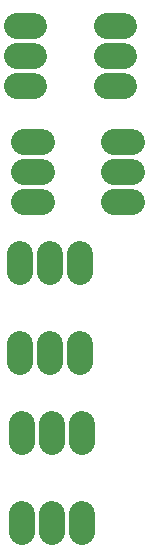
<source format=gbr>
G04 start of page 9 for group -4062 idx -4062 *
G04 Title: 4FF-FPC, soldermask *
G04 Creator: pcb 4.3.0 *
G04 CreationDate: Sun Nov 20 19:22:47 2022 UTC *
G04 For: kevredon *
G04 Format: Gerber/RS-274X *
G04 PCB-Dimensions (mil): 6299.21 2362.20 *
G04 PCB-Coordinate-Origin: lower left *
%MOIN*%
%FSLAX25Y25*%
%LNBOTTOMMASK*%
%ADD36C,0.0866*%
G54D36*X34016Y59055D02*Y53150D01*
X24016Y59055D02*Y53150D01*
X14016Y59055D02*Y53150D01*
X34016Y89055D02*Y83150D01*
X24016Y89055D02*Y83150D01*
X14016Y89055D02*Y83150D01*
X13622Y115669D02*Y109764D01*
X23622Y115669D02*Y109764D01*
X33622Y115669D02*Y109764D01*
X42323Y201772D02*X48228D01*
X42323Y211772D02*X48228D01*
X42323Y221772D02*X48228D01*
X44764Y183071D02*X50669D01*
X12323Y201772D02*X18228D01*
X12323Y211772D02*X18228D01*
X12323Y221772D02*X18228D01*
X44764Y173071D02*X50669D01*
X44764Y163071D02*X50669D01*
X14764Y183071D02*X20669D01*
X14764Y173071D02*X20669D01*
X14764Y163071D02*X20669D01*
X13622Y145669D02*Y139764D01*
X23622Y145669D02*Y139764D01*
X33622Y145669D02*Y139764D01*
M02*

</source>
